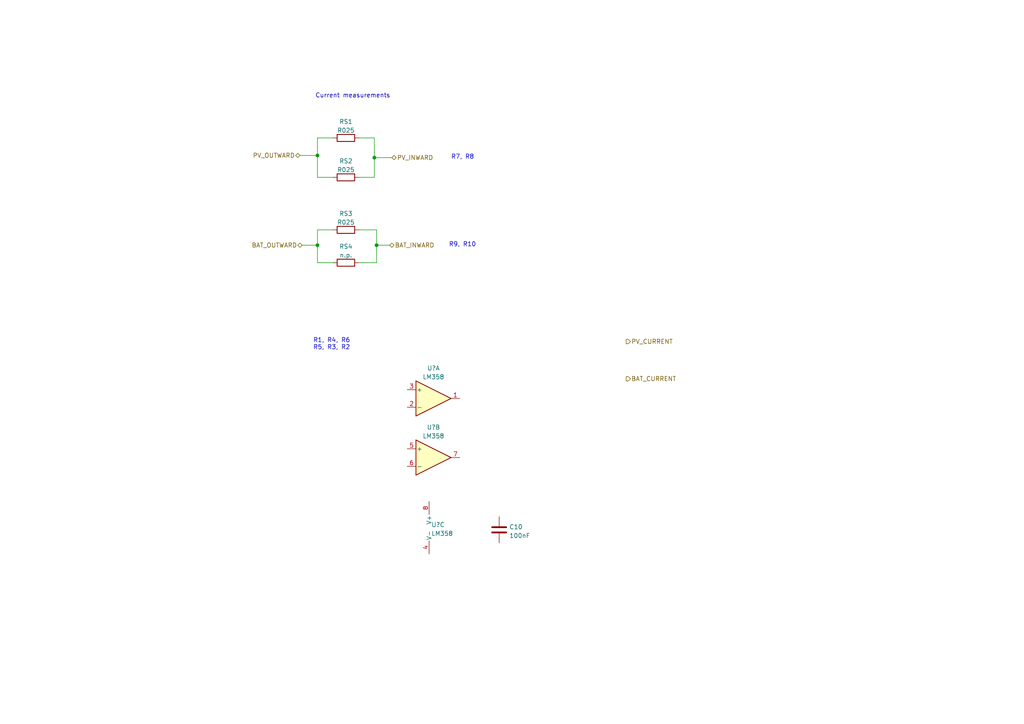
<source format=kicad_sch>
(kicad_sch (version 20211123) (generator eeschema)
  (paper "A4")
  (lib_symbols
    (symbol "Amplifier_Operational:LM358" (pin_names (offset 0.127))
      (property "Reference" "U" (at 0 5.08 0))
      (property "Value" "LM358" (at 0 -5.08 0))
      (symbol "LM358_1_1"
        (polyline (pts (xy -5.08 5.08) (xy 5.08 0) (xy -5.08 -5.08) (xy -5.08 5.08)) (stroke (width 0.254)) (fill (type background)))
        (pin output line (at 7.62 0 180) (length 2.54) (name "~") (number "1"))
        (pin input line (at -7.62 -2.54 0) (length 2.54) (name "-") (number "2"))
        (pin input line (at -7.62 2.54 0) (length 2.54) (name "+") (number "3"))
      )
      (symbol "LM358_2_1"
        (polyline (pts (xy -5.08 5.08) (xy 5.08 0) (xy -5.08 -5.08) (xy -5.08 5.08)) (stroke (width 0.254)) (fill (type background)))
        (pin input line (at -7.62 2.54 0) (length 2.54) (name "+") (number "5"))
        (pin input line (at -7.62 -2.54 0) (length 2.54) (name "-") (number "6"))
        (pin output line (at 7.62 0 180) (length 2.54) (name "~") (number "7"))
      )
      (symbol "LM358_3_1"
        (pin power_in line (at -2.54 -7.62 90) (length 3.81) (name "V-") (number "4"))
        (pin power_in line (at -2.54 7.62 270) (length 3.81) (name "V+") (number "8"))
      )
    )
    (symbol "Device:C" (pin_numbers hide) (pin_names (offset 0.254))
      (property "Reference" "C" (at 0.635 2.54 0))
      (property "Value" "C" (at 0.635 -2.54 0))
      (symbol "C_0_1"
        (polyline (pts (xy -2.032 -0.762) (xy 2.032 -0.762)) (stroke (width 0.508)))
        (polyline (pts (xy -2.032 0.762) (xy 2.032 0.762)) (stroke (width 0.508)))
      )
      (symbol "C_1_1"
        (pin passive line (at 0 3.81 270) (length 2.794) (name "~") (number "1"))
        (pin passive line (at 0 -3.81 90) (length 2.794) (name "~") (number "2"))
      )
    )
    (symbol "Device:R" (pin_numbers hide) (pin_names (offset 0))
      (property "Reference" "R" (at 2.032 0 90))
      (property "Value" "R" (at 0 0 90))
      (symbol "R_0_1"
        (rectangle (start -1.016 -2.54) (end 1.016 2.54) (stroke (width 0.254)))
      )
      (symbol "R_1_1"
        (pin passive line (at 0 3.81 270) (length 1.27) (name "~") (number "1"))
        (pin passive line (at 0 -3.81 90) (length 1.27) (name "~") (number "2"))
      )
    )
  )
  (junction (at 108.585 45.72))
  (junction (at 92.075 45.085))
  (junction (at 109.22 71.12))
  (junction (at 92.075 71.12))
  (wire (pts (xy 104.14 76.2) (xy 109.22 76.2)))
  (wire (pts (xy 108.585 51.435) (xy 104.14 51.435)))
  (wire (pts (xy 92.075 45.085) (xy 92.075 51.435)))
  (wire (pts (xy 109.22 71.12) (xy 109.22 66.675)))
  (wire (pts (xy 87.63 71.12) (xy 92.075 71.12)))
  (wire (pts (xy 109.22 76.2) (xy 109.22 71.12)))
  (wire (pts (xy 96.52 66.675) (xy 92.075 66.675)))
  (wire (pts (xy 92.075 71.12) (xy 92.075 76.2)))
  (wire (pts (xy 96.52 51.435) (xy 92.075 51.435)))
  (wire (pts (xy 92.075 76.2) (xy 96.52 76.2)))
  (wire (pts (xy 108.585 45.72) (xy 113.665 45.72)))
  (wire (pts (xy 109.22 71.12) (xy 113.03 71.12)))
  (wire (pts (xy 92.075 40.005) (xy 92.075 45.085)))
  (wire (pts (xy 109.22 66.675) (xy 104.14 66.675)))
  (wire (pts (xy 92.075 40.005) (xy 96.52 40.005)))
  (wire (pts (xy 108.585 40.005) (xy 108.585 45.72)))
  (wire (pts (xy 108.585 45.72) (xy 108.585 51.435)))
  (wire (pts (xy 86.995 45.085) (xy 92.075 45.085)))
  (wire (pts (xy 108.585 40.005) (xy 104.14 40.005)))
  (wire (pts (xy 92.075 66.675) (xy 92.075 71.12)))
  (text "R9, R10" (at 130.175 71.755 0) (effects (font (size 1.27 1.27)) (justify left bottom)))
  (text "R7, R8\n" (at 130.81 46.355 0) (effects (font (size 1.27 1.27)) (justify left bottom)))
  (text "Current measurements\n" (at 91.44 28.575 0) (effects (font (size 1.27 1.27)) (justify left bottom)))
  (text "R1, R4, R6\nR5, R3, R2" (at 90.805 101.6 0) (effects (font (size 1.27 1.27)) (justify left bottom)))
  (hierarchical_label "PV_CURRENT" (shape output) (at 181.61 99.06 0))
  (hierarchical_label "BAT_CURRENT" (shape output) (at 181.61 109.855 0))
  (hierarchical_label "BAT_OUTWARD" (shape bidirectional) (at 87.63 71.12 180))
  (hierarchical_label "BAT_INWARD" (shape bidirectional) (at 113.03 71.12 0))
  (hierarchical_label "PV_OUTWARD" (shape bidirectional) (at 86.995 45.085 180))
  (hierarchical_label "PV_INWARD" (shape bidirectional) (at 113.665 45.72 0))
  (symbol (lib_id "Amplifier_Operational:LM358") (at 125.73 132.715 0) (unit 2)
    (property "Reference" "U?" (at 125.73 123.9352 0))
    (property "Value" "LM358" (at 125.73 126.4721 0))
    (property "Datasheet" "http://www.ti.com/lit/ds/symlink/lm2904-n.pdf" (effects hide))
  )
  (symbol (lib_id "Device:R") (at 100.33 66.675 90) (unit 1)
    (property "Reference" "RS3" (at 100.33 61.9592 90))
    (property "Value" "R025" (at 100.33 64.4961 90))
  )
  (symbol (lib_id "Device:R") (at 100.33 40.005 90) (unit 1)
    (property "Reference" "RS1" (at 100.33 35.2892 90))
    (property "Value" "R025" (at 100.33 37.8261 90))
  )
  (symbol (lib_id "Amplifier_Operational:LM358") (at 125.73 115.57 0) (unit 1)
    (property "Reference" "U?" (at 125.73 106.7902 0))
    (property "Value" "LM358" (at 125.73 109.3271 0))
    (property "Datasheet" "http://www.ti.com/lit/ds/symlink/lm2904-n.pdf" (effects hide))
  )
  (symbol (lib_id "Device:C") (at 144.78 153.67 0) (unit 1)
    (property "Reference" "C10" (at 147.701 152.8353 0) (effects (justify left)))
    (property "Value" "100nF" (at 147.701 155.3722 0) (effects (justify left)))
  )
  (symbol (lib_id "Device:R") (at 100.33 51.435 90) (unit 1)
    (property "Reference" "RS2" (at 100.33 46.7192 90))
    (property "Value" "R025" (at 100.33 49.2561 90))
  )
  (symbol (lib_id "Amplifier_Operational:LM358") (at 127 153.035 0) (unit 3)
    (property "Reference" "U?" (at 125.095 152.2003 0) (effects (justify left)))
    (property "Value" "LM358" (at 125.095 154.7372 0) (effects (justify left)))
    (property "Datasheet" "http://www.ti.com/lit/ds/symlink/lm2904-n.pdf" (effects hide))
  )
  (symbol (lib_id "Device:R") (at 100.33 76.2 90) (unit 1)
    (property "Reference" "RS4" (at 100.33 71.4842 90))
    (property "Value" "n.p." (at 100.33 74.0211 90))
  )
)
</source>
